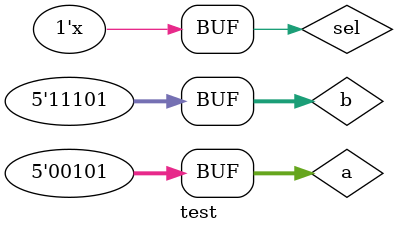
<source format=v>
module test ();
    
    // Wire ports
    wire [4:0] y;
    
    // Register Declarations
    reg [4:0] a, b;
    reg sel;
    
    mux mux2( .y( y ), .a( a ), .b( b ), .sel( sel ) );
    
    initial begin
        a = 5'b01010;
        b = 5'b10101;
        sel = 1'b1;
        
        #10
        a = 5'b00000;
        
        #10
        sel = 1'b1;
        
        #10
        b = 5'b11111;
        
        #5
        a = 5'b00101;
        
        #5
        sel = 1'b0;
        b = 5'b11101;
        
        #5
        sel = 1'bx;
    end   
    
    always @ ( a or b or sel )
        #1
        $display("At t = %0d sel = %b A = %b B = %b Y = %b", $time, sel, a, b, y); 
     
endmodule
</source>
